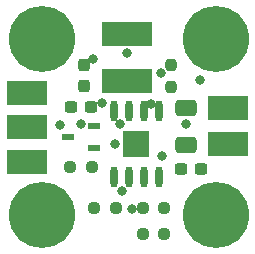
<source format=gbr>
%TF.GenerationSoftware,KiCad,Pcbnew,(6.0.6-0)*%
%TF.CreationDate,2022-09-05T22:58:31-07:00*%
%TF.ProjectId,5V converter,35562063-6f6e-4766-9572-7465722e6b69,rev?*%
%TF.SameCoordinates,Original*%
%TF.FileFunction,Soldermask,Top*%
%TF.FilePolarity,Negative*%
%FSLAX46Y46*%
G04 Gerber Fmt 4.6, Leading zero omitted, Abs format (unit mm)*
G04 Created by KiCad (PCBNEW (6.0.6-0)) date 2022-09-05 22:58:31*
%MOMM*%
%LPD*%
G01*
G04 APERTURE LIST*
G04 Aperture macros list*
%AMRoundRect*
0 Rectangle with rounded corners*
0 $1 Rounding radius*
0 $2 $3 $4 $5 $6 $7 $8 $9 X,Y pos of 4 corners*
0 Add a 4 corners polygon primitive as box body*
4,1,4,$2,$3,$4,$5,$6,$7,$8,$9,$2,$3,0*
0 Add four circle primitives for the rounded corners*
1,1,$1+$1,$2,$3*
1,1,$1+$1,$4,$5*
1,1,$1+$1,$6,$7*
1,1,$1+$1,$8,$9*
0 Add four rect primitives between the rounded corners*
20,1,$1+$1,$2,$3,$4,$5,0*
20,1,$1+$1,$4,$5,$6,$7,0*
20,1,$1+$1,$6,$7,$8,$9,0*
20,1,$1+$1,$8,$9,$2,$3,0*%
G04 Aperture macros list end*
%ADD10R,3.500000X2.000000*%
%ADD11C,5.600000*%
%ADD12O,0.600000X1.800000*%
%ADD13R,2.289992X2.289992*%
%ADD14R,1.037490X0.532004*%
%ADD15RoundRect,0.237500X0.250000X0.237500X-0.250000X0.237500X-0.250000X-0.237500X0.250000X-0.237500X0*%
%ADD16RoundRect,0.237500X-0.250000X-0.237500X0.250000X-0.237500X0.250000X0.237500X-0.250000X0.237500X0*%
%ADD17RoundRect,0.237500X0.237500X-0.250000X0.237500X0.250000X-0.237500X0.250000X-0.237500X-0.250000X0*%
%ADD18R,4.220015X2.124003*%
%ADD19RoundRect,0.250000X-0.650000X0.412500X-0.650000X-0.412500X0.650000X-0.412500X0.650000X0.412500X0*%
%ADD20RoundRect,0.237500X-0.300000X-0.237500X0.300000X-0.237500X0.300000X0.237500X-0.300000X0.237500X0*%
%ADD21RoundRect,0.237500X0.237500X-0.300000X0.237500X0.300000X-0.237500X0.300000X-0.237500X-0.300000X0*%
%ADD22C,0.800000*%
G04 APERTURE END LIST*
D10*
%TO.C,P5*%
X109067600Y-60096400D03*
%TD*%
%TO.C,P4*%
X92049600Y-58648600D03*
%TD*%
%TO.C,P3*%
X92049600Y-61544200D03*
%TD*%
%TO.C,P2*%
X109067600Y-57023000D03*
%TD*%
%TO.C,P1*%
X92049600Y-55753000D03*
%TD*%
D11*
%TO.C,H4*%
X108051600Y-51174850D03*
%TD*%
%TO.C,H3*%
X108051600Y-66059250D03*
%TD*%
%TO.C,H2*%
X93319600Y-66059250D03*
%TD*%
%TO.C,H1*%
X93319600Y-51174850D03*
%TD*%
D12*
%TO.C,U2*%
X103228798Y-57282687D03*
X101958795Y-57282687D03*
X100688793Y-57282687D03*
X99418790Y-57282687D03*
X99418790Y-62827519D03*
X100688793Y-62827519D03*
X101958795Y-62827519D03*
X103228798Y-62827519D03*
D13*
X101323794Y-60055103D03*
%TD*%
D14*
%TO.C,U1*%
X97773746Y-60405212D03*
X97773746Y-58505288D03*
X95571054Y-59455250D03*
%TD*%
D15*
%TO.C,R5*%
X101855900Y-67684850D03*
X103680900Y-67684850D03*
%TD*%
D16*
%TO.C,R4*%
X103680900Y-65500450D03*
X101855900Y-65500450D03*
%TD*%
D15*
%TO.C,R3*%
X97741100Y-65500450D03*
X99566100Y-65500450D03*
%TD*%
D17*
%TO.C,R2*%
X104241600Y-55218150D03*
X104241600Y-53393150D03*
%TD*%
D16*
%TO.C,R1*%
X95722486Y-61970853D03*
X97547486Y-61970853D03*
%TD*%
D18*
%TO.C,L1*%
X100533200Y-54749650D03*
X100533200Y-50749650D03*
%TD*%
D19*
%TO.C,C4*%
X105511600Y-57029150D03*
X105511600Y-60154150D03*
%TD*%
D20*
%TO.C,C3*%
X105106300Y-62147650D03*
X106831300Y-62147650D03*
%TD*%
%TO.C,C2*%
X95772486Y-56966050D03*
X97497486Y-56966050D03*
%TD*%
D21*
%TO.C,C1*%
X96875600Y-55117350D03*
X96875600Y-53392350D03*
%TD*%
D22*
X106730800Y-54680050D03*
X98399600Y-56610450D03*
X97688400Y-52902050D03*
X99517200Y-60064850D03*
X94843600Y-58439250D03*
X96672400Y-58337650D03*
X105511600Y-58388450D03*
X103530400Y-61080850D03*
X100126800Y-64078050D03*
X100939600Y-65551250D03*
X99905898Y-58325605D03*
X103428800Y-54019650D03*
X102565200Y-56661250D03*
X100533200Y-52394050D03*
M02*

</source>
